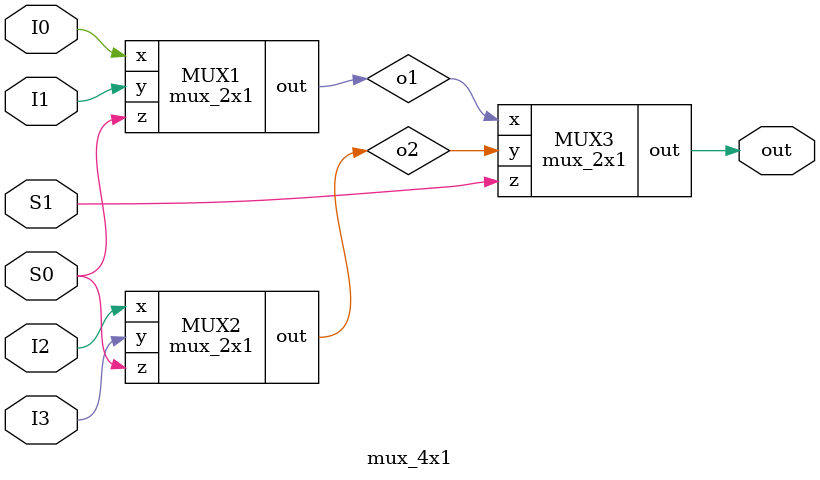
<source format=v>

module reg_file (RR1,RR2,WR,WD,RegWrite,RD1,RD2,clock);
  input [1:0] RR1,RR2,WR;   // Register Read/Write addresses
  input [15:0] WD;          // Data to write to a register
  input RegWrite,clock;     // Control signal to write, clock signal
  output [15:0] RD1,RD2;    // Output read data from registers

  reg [15:0] Regs[0:3];     // 4 registers of 16 bits each

  assign RD1 = Regs[RR1];   // Read data from register RR1
  assign RD2 = Regs[RR2];   // Read data from register RR2

  initial Regs[0] = 0;      // Initialize register $zero to 0

  // On the negative edge of the clock, write data to register if RegWrite is enabled
  always @(negedge clock)
    if (RegWrite==1 & WR!=0) 
  Regs[WR] <= WD;     // Write WD to register WR
endmodule

// ALU Module: Performs arithmetic and logical operations
// Accepts two inputs and an operation code to produce a result and zero flag
module alu (op,a,b,result,zero);
   input [15:0] a;      // 16-bit inputs
   input [15:0] b;
   input [3:0] op;      // 4-bit ALU control signals
   output [15:0] result;// 16-bit result of the operation
   output zero;         // Flag indicating if result is zero
   
   // Instantiate ALU1 modules for each bit of the operands
   ALU1   alu0 (a[0],b[0],op[3],op[2],op[1:0],set, op[2],c1,result[0]);
   ALU1   alu1 (a[1],b[1],op[3],op[2],op[1:0],1'b0,c1,   c2,result[1]);
   ALU1   alu2 (a[2],b[2],op[3],op[2],op[1:0],1'b0,c2,   c3,result[2]);
   ALU1   alu3 (a[3],b[3],op[3],op[2],op[1:0],1'b0,c3,   c4,result[3]);
   ALU1   alu4 (a[4],b[4],op[3],op[2],op[1:0],1'b0,c4,   c5,result[4]);
   ALU1   alu5 (a[5],b[5],op[3],op[2],op[1:0],1'b0,c5,   c6,result[5]);
   ALU1   alu6 (a[6],b[6],op[3],op[2],op[1:0],1'b0,c6,   c7,result[6]);
   ALU1   alu7 (a[7],b[7],op[3],op[2],op[1:0],1'b0,c7,   c8,result[7]);
   ALU1   alu8 (a[8],b[8],op[3],op[2],op[1:0],1'b0,c8,   c9,result[8]);
   ALU1   alu9 (a[9],b[9],op[3],op[2],op[1:0],1'b0,c9,   c10,result[9]);
   ALU1   alu10 (a[10],b[10],op[3],op[2],op[1:0],1'b0,c10,c11,result[10]);
   ALU1   alu11 (a[11],b[11],op[3],op[2],op[1:0],1'b0,c11,c12,result[11]);
   ALU1   alu12 (a[12],b[12],op[3],op[2],op[1:0],1'b0,c12,c13,result[12]);
   ALU1   alu13 (a[13],b[13],op[3],op[2],op[1:0],1'b0,c13,c14,result[13]);
   ALU1   alu14 (a[14],b[14],op[3],op[2],op[1:0],1'b0,c14,c15,result[14]);
   ALUmsb alu15 (a[15],b[15],op[3],op[2],op[1:0],1'b0,c15,c16,result[15],set); // MSB bit
   
   // If all bits in result are zero, zero = 1
   nor nor1(zero, result[0],result[1],result[2],result[3],result[4],result[5],result[6],result[7],result[8],result[9],result[10],result[11],result[12],result[13],result[14],result[15]);
endmodule

// ALU1 Module: Performs single bit arithmetic and logical operations for the ALU.
module ALU1(a,b,ainvert,binvert,op,less,carryin,carryout,result);
    input a,b,less,carryin,ainvert,binvert;
    input [1:0] op;
    output carryout,result;
    
    wire a1,b1,o0,o1,o2;
    
    // Logic operations
    and g0(o0,a1,b1);
    
    or g1(o1,a1,b1);
    
    // Invert inputs based on control signals
    xor g2(b1,b,binvert),
        g3(a1,a,ainvert);

    // Full adder for addition
    full_adder FA(a1,b1,carryin,o2,carryout);
    
    // Multiplexer to select the final result based on the operation
    mux_4x1 OPMUX(o0,o1,o2,less,op[1],op[0],result);
endmodule

// ALUmsb Module: Handles the most significant bit operations in the ALU.
module ALUmsb(a,b,ainvert,binvert,op,less,carryin,carryout,result,sum);
    input a,b,less,carryin,ainvert,binvert;
    input [1:0] op;
    output carryout,result,sum;
    
    wire a1,b1,o0,o1,o2,v;
    
    // Logic operations
    and g0(o0,a1,b1);
    
    or g1(o1,a1,b1);
    
    // Invert inputs based on control signals
    xor g2(b1,b,binvert),
        g3(a1,a,ainvert);

    // Full adder for addition
    full_adder FA(a1,b1,carryin,o2,carryout);
    
    // Multiplexer to select the final result based on the operation
    mux_4x1 OPMUX(o0,o1,o2,less,op[1],op[0],result);
    
    // Compute sum for signed operations
    and g4(sum, o2);
    
    // Compute final carry out
    xor g5(v,carryin,carryout);
    
    and g6(carryout,v,op[1]);
endmodule

// Main Control Unit: Decodes the op code to generate control signals for ALU, register file, and other components
// Provides signals to determine ALU operation and register behavior.
module MainControl (Op,Control); 
  input [3:0] Op;           // Operation code
  output reg [10:0] Control; // Control signals
  
// Control bits: RegDst,ALUSrc,RegWrite,ALUOp
  always @(Op) case (Op)
    4'b0000: Control <= 11'b10010_0_0_0010; //add R-type
    4'b0001: Control <= 11'b10010_0_0_0110; //sub R-type
    4'b0010: Control <= 11'b10010_0_0_0000; //and R-type
    4'b0011: Control <= 11'b10010_0_0_0001; //or R-type
    4'b0100: Control <= 11'b10010_0_0_1100; //nor R-type
    4'b0101: Control <= 11'b10010_0_0_1101; //nand R-type
    4'b0110: Control <= 11'b10010_0_0_0111; //slt R-type
    4'b0111: Control <= 11'b01010_0_0_0010; //addi I-type
    4'b1000: Control <= 11'b01110_0_0_0010; //lw I-type
    4'b1001: Control <= 11'b01001_0_0_0010; //sw I-type
    4'b1010: Control <= 11'b00000_1_0_0110; //beq I-type
    4'b1011: Control <= 11'b00000_0_1_0110; //bne I-type
  endcase
endmodule

module CPU (clock,PC,IFID_IR,IDEX_IR,EXMEM_IR,MEMWB_IR,WD);
  input clock;
  output [15:0] PC,IFID_IR,IDEX_IR,EXMEM_IR,MEMWB_IR,WD;

  initial begin 
// Program: swap memory cells (if needed) and compute absolute value |5-7|=2
  IMemory[0]  = 16'b1000_00_01_00000000;  // lw $t1, 0($0)
  IMemory[1]  = 16'b1000_00_10_00000010;  // lw $t2, 2($0)
  IMemory[2]  = 16'b0000_00_00_00000000;  // nop
  IMemory[3]  = 16'b0000_00_00_00000000;  // nop
  IMemory[4]  = 16'b0000_00_00_00000000;  // nop
  IMemory[5]  = 16'b0110_01_10_11_000000; // slt $t3, $t1, $t2
  IMemory[6]  = 16'b0000_00_00_00000000;  // nop
  IMemory[7]  = 16'b0000_00_00_00000000;  // nop
  IMemory[8]  = 16'b0000_00_00_00000000;  // nop
  IMemory[9]  = 16'b1010_00_11_00000101;  // beq $t3, $0, IMemory[15]
  IMemory[10] = 16'b0000_00_00_00000000;  // nop
  IMemory[11] = 16'b0000_00_00_00000000;  // nop
  IMemory[12] = 16'b0000_00_00_00000000;  // nop
  IMemory[13] = 16'b1001_00_01_00000010;  // sw $t1, 2($0) 
  IMemory[14] = 16'b1001_00_10_00000000;  // sw $t2, 0($0)
  IMemory[15] = 16'b0000_00_00_00000000;  // nop
  IMemory[16] = 16'b0000_00_00_00000000;  // nop
  IMemory[17] = 16'b0000_00_00_00000000;  // nop
  IMemory[18] = 16'b1000_00_01_00000000;  // lw $t1, 0($0) 
  IMemory[19] = 16'b1000_00_10_00000010;  // lw $t2, 2($0)
  IMemory[20] = 16'b0000_00_00_00000000;  // nop
  IMemory[21] = 16'b0000_00_00_00000000;  // nop
  IMemory[22] = 16'b0000_00_00_00000000;  // nop
  IMemory[23] = 16'b0100_10_10_10_000000; // nor $t2, $t2, $t2 (sub $3, $1, $2 in twos complement)
  IMemory[24] = 16'b0000_00_00_00000000;  // nop
  IMemory[25] = 16'b0000_00_00_00000000;  // nop
  IMemory[26] = 16'b0000_00_00_00000000;  // nop
  IMemory[27] = 16'b0111_10_10_00000001;  // addi $t2, $t2, 1 
  IMemory[28] = 16'b0000_00_00_00000000;  // nop
  IMemory[29] = 16'b0000_00_00_00000000;  // nop
  IMemory[30] = 16'b0000_00_00_00000000;  // nop
  IMemory[31] = 16'b0000_01_10_11_000000; // add $t3, $t1, $t2 
 
// Data
   DMemory[0] = 5; // switch the cells and see how the simulation output changes
   DMemory[1] = 7; // (beq is taken if DMemory[0]=7; DMemory[1]=5, not taken otherwise)
  end

// Pipeline 
// IF 
   wire [15:0] PCplus2, NextPC;  // Next program counter value
   reg[15:0] PC, IMemory[0:1023], IFID_IR, IFID_PCplus2;
   alu fetch (4'b0010,PC,16'd2,PCplus2,Unused1);  // ALU to compute next PC
   branch_control BranchControl(EXMEM_Beq,EXMEM_Bne,EXMEM_Zero,branchOut); //Branch Control Unit
   mux_2x1_16bit muxBranch(PCplus2,EXMEM_Target,branchOut,NextPC); //Branch MUX
// ID
   wire [10:0] Control;  // Control signals
   reg IDEX_RegWrite,IDEX_MemtoReg,  // Pipeline registers for control signals
       IDEX_Beq, IDEX_Bne, IDEX_MemWrite,
       IDEX_ALUSrc,  IDEX_RegDst;
   reg [3:0]  IDEX_ALUctl;  // ALU control signals for EX stage
   wire [15:0] RD1,RD2,SignExtend, WD;  // Inputs for ID stage
   reg [15:0] IDEX_PCplus2,IDEX_RD1,IDEX_RD2,IDEX_SignExt,IDEXE_IR;
   reg [15:0] IDEX_IR; // For monitoring the pipeline
   reg [1:0]  IDEX_rt,IDEX_rd;  // Destination registers
   reg MEMWB_RegWrite; // part of MEM stage, but declared here before use (to avoid error)
   reg [1:0] MEMWB_rd; // part of MEM stage, but declared here before use (to avoid error)
   reg_file rf (IFID_IR[11:10],IFID_IR[9:8],MEMWB_rd,WD,MEMWB_RegWrite,RD1,RD2,clock);  // Register file
   MainControl MainCtr (IFID_IR[15:12],Control);  // Main control unit generates control signals based on opcode
   assign SignExtend = {{8{IFID_IR[7]}},IFID_IR[7:0]};  // Sign-extend immediate value
// EXE
   reg EXMEM_RegWrite,EXMEM_MemtoReg,  // Pipeline registers for control signals
       EXMEM_Beq, EXMEM_Bne, EXMEM_MemWrite;
   wire [15:0] Target;  // Branch target address
   reg EXMEM_Zero;  // Zero flag from ALU
   reg [15:0] EXMEM_Target,EXMEM_ALUOut,EXMEM_RD2;  // EX stage outputs to be passed to the MEM stage
   reg [15:0] EXMEM_IR; // For monitoring the pipeline
   reg [1:0] EXMEM_rd;  // Destination register
   wire [15:0] B,ALUOut;  // ALU input and output
   wire [1:0] WR;  // Write register
   alu branch (4'b0010,IDEX_SignExt<<1,IDEX_PCplus2,Target,Unused2);   // Compute branch target address
   alu ex (IDEX_ALUctl, IDEX_RD1, B, ALUOut, Zero);  // Main ALU operation
   mux_2x1_16bit MuxB(IDEX_RD2,IDEX_SignExt,IDEX_ALUSrc,B); // ALUSrc Mux 
   mux_2x1_2bit MuxWR(IDEX_rt,IDEX_rd,IDEX_RegDst,WR);      // RegDst Mux
// MEM
   reg MEMWB_MemtoReg;  // Control signal for memory-to-register write
   reg [15:0] DMemory[0:1023],MEMWB_MemOut,MEMWB_ALUOut;  // Data memory and pipeline registers for the WB stage
   reg [15:0] MEMWB_IR; // For monitoring the pipeline
   wire [15:0] MemOut;  // Data memory output
   assign MemOut = DMemory[EXMEM_ALUOut>>1];  // Load data from memory
   always @(negedge clock) if (EXMEM_MemWrite) DMemory[EXMEM_ALUOut>>1] <= EXMEM_RD2;
// WB
   mux_2x1_16bit MuxMemtoReg(MEMWB_ALUOut, MEMWB_MemOut, MEMWB_MemtoReg, WD); // MemtoReg Mux

   initial begin
    PC = 0;
// Initialize pipeline registers
    IDEX_RegWrite=0;IDEX_MemtoReg=0;IDEX_Beq=0;IDEX_Bne=0;IDEX_MemWrite=0;IDEX_ALUSrc=0;IDEX_RegDst=0;IDEX_ALUctl=0;
    IFID_IR=0;
    EXMEM_RegWrite=0;EXMEM_MemtoReg=0;EXMEM_Beq=0;EXMEM_Bne=0;EXMEM_MemWrite=0;
    EXMEM_Target=0;
    MEMWB_RegWrite=0;MEMWB_MemtoReg=0;
   end

// Running the pipeline
   always @(negedge clock) begin 
// IF
    PC <= NextPC;
    IFID_PCplus2 <= PCplus2;
    IFID_IR <= IMemory[PC>>1];
// ID
    IDEX_IR <= IFID_IR; // For monitoring the pipeline
    {IDEX_RegDst,IDEX_ALUSrc,IDEX_MemtoReg,IDEX_RegWrite,IDEX_MemWrite,IDEX_Beq,IDEX_Bne,IDEX_ALUctl} <= Control;   
    IDEX_PCplus2 <= IFID_PCplus2;
    IDEX_RD1 <= RD1; 
    IDEX_RD2 <= RD2;
    IDEX_SignExt <= SignExtend;
    IDEX_rt <= IFID_IR[9:8];
    IDEX_rd <= IFID_IR[7:6];
// EXE
    EXMEM_IR <= IDEX_IR; // For monitoring the pipeline
    EXMEM_RegWrite <= IDEX_RegWrite;
    EXMEM_MemtoReg <= IDEX_MemtoReg;
    EXMEM_Beq   <= IDEX_Beq;
    EXMEM_Bne   <= IDEX_Bne;
    EXMEM_MemWrite <= IDEX_MemWrite;
    EXMEM_Target <= Target;
    EXMEM_Zero <= Zero;
    EXMEM_ALUOut <= ALUOut;
    EXMEM_RD2 <= IDEX_RD2;
    EXMEM_rd <= WR;
// MEM
    MEMWB_IR <= EXMEM_IR; // For monitoring the pipeline
    MEMWB_RegWrite <= EXMEM_RegWrite;
    MEMWB_MemtoReg <= EXMEM_MemtoReg;
    MEMWB_MemOut <= MemOut;
    MEMWB_ALUOut <= EXMEM_ALUOut;
    MEMWB_rd <= EXMEM_rd;
// WB
// Register write happens on neg edge of the clock (if MEMWB_RegWrite is asserted)
  end
endmodule

// Test module
module test ();
  reg clock;
  wire signed [15:0] PC,IFID_IR,IDEX_IR,EXMEM_IR,MEMWB_IR,WD;
  CPU test_cpu(clock,PC,IFID_IR,IDEX_IR,EXMEM_IR,MEMWB_IR,WD);
  always #1 clock = ~clock;
  initial begin
    $display ("  PC IFID_IR          IDEX_IR          EXMEM_IR         MEMWB_IR          WD");
    $monitor ("%3d  %b %b %b %b %2d",PC,IFID_IR,IDEX_IR,EXMEM_IR,MEMWB_IR,WD);
    clock = 1;
    #69 $finish;
  end
endmodule

/* Output:
PC   IFID_IR  IDEX_IR  EXMEM_IR MEMWB_IR  WD
  0  00000000 xxxxxxxx xxxxxxxx xxxxxxxx  x
  4  8c090000 00000000 xxxxxxxx xxxxxxxx  x
  8  8c0a0004 8c090000 00000000 xxxxxxxx  x
 12  00000000 8c0a0004 8c090000 00000000  0
 16  00000000 00000000 8c0a0004 8c090000  5
 20  00000000 00000000 00000000 8c0a0004  7
 24  012a582a 00000000 00000000 00000000  0
 28  00000000 012a582a 00000000 00000000  0
 32  00000000 00000000 012a582a 00000000  0
 36  00000000 00000000 00000000 012a582a  1
 40  11600005 00000000 00000000 00000000  0
 44  00000000 11600005 00000000 00000000  0
 48  00000000 00000000 11600005 00000000  0
 52  00000000 00000000 00000000 11600005  1
 56  ac090004 00000000 00000000 00000000  0
 60  ac0a0000 ac090004 00000000 00000000  0
 64  00000000 ac0a0000 ac090004 00000000  0
 68  00000000 00000000 ac0a0000 ac090004  4
 72  00000000 00000000 00000000 ac0a0000  0
 76  8c090000 00000000 00000000 00000000  0
 80  8c0a0004 8c090000 00000000 00000000  0
 84  00000000 8c0a0004 8c090000 00000000  0
 88  00000000 00000000 8c0a0004 8c090000  7
 92  00000000 00000000 00000000 8c0a0004  5
 96  014a5027 00000000 00000000 00000000  0
100  00000000 014a5027 00000000 00000000  0
104  00000000 00000000 014a5027 00000000  0
108  00000000 00000000 00000000 014a5027 -6
112  214a0001 00000000 00000000 00000000 -1
116  00000000 214a0001 00000000 00000000 -1
120  00000000 00000000 214a0001 00000000 -1
124  00000000 00000000 00000000 214a0001 -5
128  012a5820 00000000 00000000 00000000  0
132  xxxxxxxx 012a5820 00000000 00000000  0
136  xxxxxxxx xxxxxxxx 012a5820 00000000  0
140  xxxxxxxx xxxxxxxx xxxxxxxx 012a5820  2
*/

// Branch Control Unit
module branch_control(Beq, Bne, Zero, BranchOut);
  input Beq, Bne, Zero;
  output BranchOut;
  
  not g0(notZero, Zero); // Inverted Zero
  
  and g1(BeqOut, Beq, Zero), // And logic
      g2(BneOut, Bne, notZero);
      
  or  g3(BranchOut, BeqOut, BneOut); // Seeing valid outputs
endmodule

// Multiplexors
// 2x1 Multiplexer to select between two 2-bit inputs
module mux_2x1_2bit (I0, I1, S, out);
  input [1:0] I0;       // 2-bit inputs
  input [1:0] I1;
  input S;              // Selection signal
  output [1:0] out;     // Output

  // Generate inverted signal
  not g0(notS, S);        // notS is the inverted version of S

  // Compute AND for each input bit with S or notS
  and g1(sel0_0, I0[0], notS),
      g2(sel0_1, I0[1], notS),
      g3(sel1_0, I1[0], S),
      g4(sel1_1, I1[1], S);

  // Combine results with OR gates to form the output
  or g5(out[0], sel0_0, sel1_0),
     g6(out[1], sel0_1, sel1_1);
endmodule
 
// 2x1 Multiplexer selecting between two 16-bit inputs
module mux_2x1_16bit(I0,I1,S,out);
  input [15:0] I0;     // 16-bit Input
  input [15:0] I1;     // 16-bit Input 
  input S;             // Control signal to select between inputs
  output [15:0] out;   // 16-bit output

  // Generate the complement of the select signal
  not n1(notS,S);

  // AND gates to choose the bit of the inputs using S and notS
  and g1(t1,I0[0],notS),
      g2(t2,I0[1],notS),
      g3(t3,I0[2],notS),
      g4(t4,I0[3],notS),
      g5(t5,I0[4],notS),
      g6(t6,I0[5],notS),
      g7(t7,I0[6],notS),
      g8(t8,I0[7],notS),
      g9(t9,I0[8],notS),
      g10(t10,I0[9],notS),
      g11(t11,I0[10],notS),
      g12(t12,I0[11],notS),
      g13(t13,I0[12],notS),
      g14(t14,I0[13],notS),
      g15(t15,I0[14],notS),
      g16(t16,I0[15],notS),
      
      g17(t17,I1[0],S),
      g18(t18,I1[1],S),
      g19(t19,I1[2],S),
      g20(t20,I1[3],S),
      g21(t21,I1[4],S),
      g22(t22,I1[5],S),
      g23(t23,I1[6],S),
      g24(t24,I1[7],S),
      g25(t25,I1[8],S),
      g26(t26,I1[9],S),
      g27(t27,I1[10],S),
      g28(t28,I1[11],S),
      g29(t29,I1[12],S),
      g30(t30,I1[13],S),
      g31(t31,I1[14],S),
      g32(t32,I1[15],S);

  // OR gates to combine the results from the AND gates for each bit
  or  g33(out[0],t1,t17),
      g34(out[1],t2,t18),
      g35(out[2],t3,t19),
      g36(out[3],t4,t20),
      g37(out[4],t5,t21),
      g38(out[5],t6,t22),
      g39(out[6],t7,t23),
      g40(out[7],t8,t24),
      g41(out[8],t9,t25),
      g42(out[9],t10,t26),
      g43(out[10],t11,t27),
      g44(out[11],t12,t28),
      g45(out[12],t13,t29),
      g46(out[13],t14,t30),
      g47(out[14],t15,t31),
      g48(out[15],t16,t32);
endmodule


// Components for ALU
module half_adder(x,y,S,C);
    input x,y;
    output S,C;
         
    xor g1(S,x,y);
    
    and g2(C,x,y);
endmodule

module full_adder(x,y,z,S,C);
    input x,y,z;
    output S,C;
    wire S1,C1,C2;
    
    half_adder HA1(x,y,S1,C1);
    half_adder HA2(S1,z,S,C2);
    
    or g1(C,C1,C2);
endmodule

module mux_2x1(x,y,z,out);
    input x,y,z;
    output out;
    
    wire a,b;
    
    not notz(notz, z);
    
    and g1(a,x,notz),
        g2(b,y,z);
    
    or  g3(out,a,b);
endmodule

module mux_4x1(I0,I1,I2,I3,S1,S0,out);
    input I0,I1,I2,I3,S1,S0;
    output out;
    
    wire o1, o2;
    
    mux_2x1 MUX1(I0,I1,S0,o1);
    mux_2x1 MUX2(I2,I3,S0,o2);
    mux_2x1 MUX3(o1,o2,S1,out);
endmodule

</source>
